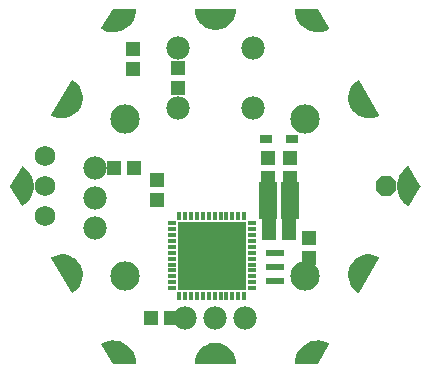
<source format=gbr>
G04 EAGLE Gerber RS-274X export*
G75*
%MOMM*%
%FSLAX34Y34*%
%LPD*%
%INSoldermask Bottom*%
%IPPOS*%
%AMOC8*
5,1,8,0,0,1.08239X$1,22.5*%
G01*
%ADD10R,1.303200X1.203200*%
%ADD11R,1.203200X1.303200*%
%ADD12R,1.503200X1.703200*%
%ADD13R,1.003200X0.703200*%
%ADD14C,1.727200*%
%ADD15C,1.203200*%
%ADD16P,1.869504X8X22.500000*%
%ADD17R,0.753200X0.457200*%
%ADD18R,0.457200X0.753200*%
%ADD19R,5.803200X5.803200*%
%ADD20C,1.981200*%
%ADD21C,2.489200*%
%ADD22R,1.603197X0.603200*%

G36*
X17029Y-1268D02*
X17029Y-1268D01*
X17058Y-1271D01*
X17125Y-1249D01*
X17195Y-1235D01*
X17219Y-1218D01*
X17247Y-1209D01*
X17300Y-1162D01*
X17359Y-1122D01*
X17375Y-1098D01*
X17397Y-1078D01*
X17428Y-1014D01*
X17466Y-955D01*
X17471Y-926D01*
X17483Y-900D01*
X17492Y-800D01*
X17499Y-758D01*
X17496Y-748D01*
X17498Y-734D01*
X17266Y2064D01*
X17256Y2098D01*
X17252Y2146D01*
X16563Y4867D01*
X16548Y4899D01*
X16536Y4945D01*
X15408Y7517D01*
X15388Y7545D01*
X15369Y7589D01*
X13833Y9940D01*
X13809Y9964D01*
X13783Y10005D01*
X11881Y12070D01*
X11853Y12091D01*
X11820Y12126D01*
X9605Y13851D01*
X9574Y13866D01*
X9536Y13896D01*
X7066Y15232D01*
X7033Y15242D01*
X6991Y15265D01*
X5805Y15673D01*
X4351Y16172D01*
X4350Y16172D01*
X4335Y16177D01*
X4301Y16182D01*
X4255Y16197D01*
X1486Y16659D01*
X1451Y16658D01*
X1404Y16666D01*
X-1404Y16666D01*
X-1438Y16659D01*
X-1486Y16659D01*
X-4255Y16197D01*
X-4288Y16185D01*
X-4335Y16177D01*
X-6991Y15265D01*
X-7021Y15248D01*
X-7066Y15232D01*
X-9536Y13896D01*
X-9562Y13874D01*
X-9605Y13851D01*
X-11820Y12126D01*
X-11843Y12100D01*
X-11881Y12070D01*
X-13783Y10005D01*
X-13801Y9975D01*
X-13833Y9940D01*
X-15369Y7589D01*
X-15382Y7557D01*
X-15408Y7517D01*
X-16536Y4945D01*
X-16543Y4912D01*
X-16546Y4905D01*
X-16552Y4896D01*
X-16553Y4890D01*
X-16563Y4867D01*
X-17252Y2146D01*
X-17254Y2111D01*
X-17266Y2064D01*
X-17498Y-734D01*
X-17494Y-763D01*
X-17499Y-792D01*
X-17483Y-861D01*
X-17474Y-931D01*
X-17460Y-957D01*
X-17453Y-985D01*
X-17411Y-1042D01*
X-17376Y-1104D01*
X-17352Y-1122D01*
X-17335Y-1145D01*
X-17274Y-1181D01*
X-17217Y-1224D01*
X-17189Y-1232D01*
X-17164Y-1247D01*
X-17066Y-1263D01*
X-17025Y-1274D01*
X-17014Y-1272D01*
X-17000Y-1274D01*
X17000Y-1274D01*
X17029Y-1268D01*
G37*
G36*
X1438Y281791D02*
X1438Y281791D01*
X1486Y281791D01*
X4255Y282253D01*
X4288Y282265D01*
X4335Y282273D01*
X6991Y283185D01*
X7021Y283202D01*
X7066Y283218D01*
X9536Y284554D01*
X9562Y284576D01*
X9605Y284599D01*
X11820Y286324D01*
X11843Y286350D01*
X11881Y286380D01*
X13783Y288445D01*
X13801Y288475D01*
X13833Y288510D01*
X15369Y290861D01*
X15382Y290893D01*
X15408Y290933D01*
X16536Y293505D01*
X16543Y293538D01*
X16563Y293583D01*
X17252Y296304D01*
X17254Y296339D01*
X17266Y296386D01*
X17498Y299184D01*
X17494Y299213D01*
X17499Y299242D01*
X17483Y299311D01*
X17474Y299381D01*
X17460Y299407D01*
X17453Y299435D01*
X17411Y299492D01*
X17376Y299554D01*
X17352Y299572D01*
X17335Y299595D01*
X17274Y299631D01*
X17217Y299674D01*
X17189Y299682D01*
X17164Y299697D01*
X17066Y299713D01*
X17025Y299724D01*
X17014Y299722D01*
X17000Y299724D01*
X-17000Y299724D01*
X-17029Y299718D01*
X-17058Y299721D01*
X-17125Y299699D01*
X-17195Y299685D01*
X-17219Y299668D01*
X-17247Y299659D01*
X-17300Y299612D01*
X-17359Y299572D01*
X-17375Y299548D01*
X-17397Y299528D01*
X-17428Y299464D01*
X-17466Y299405D01*
X-17471Y299376D01*
X-17483Y299350D01*
X-17492Y299250D01*
X-17499Y299208D01*
X-17496Y299198D01*
X-17498Y299184D01*
X-17266Y296386D01*
X-17256Y296352D01*
X-17252Y296304D01*
X-16563Y293583D01*
X-16548Y293551D01*
X-16536Y293505D01*
X-15408Y290933D01*
X-15388Y290905D01*
X-15369Y290861D01*
X-13833Y288510D01*
X-13809Y288486D01*
X-13783Y288445D01*
X-11881Y286380D01*
X-11853Y286359D01*
X-11820Y286324D01*
X-9605Y284599D01*
X-9574Y284584D01*
X-9536Y284554D01*
X-7066Y283218D01*
X-7033Y283208D01*
X-6991Y283185D01*
X-4335Y282273D01*
X-4301Y282269D01*
X-4255Y282253D01*
X-1486Y281791D01*
X-1451Y281792D01*
X-1404Y281784D01*
X1404Y281784D01*
X1438Y281791D01*
G37*
G36*
X-121393Y59035D02*
X-121393Y59035D01*
X-121322Y59032D01*
X-121295Y59042D01*
X-121266Y59044D01*
X-121176Y59086D01*
X-121136Y59101D01*
X-121128Y59109D01*
X-121115Y59115D01*
X-118812Y60714D01*
X-118788Y60740D01*
X-118748Y60767D01*
X-116739Y62724D01*
X-116720Y62753D01*
X-116685Y62786D01*
X-115026Y65047D01*
X-115011Y65078D01*
X-114982Y65117D01*
X-113718Y67620D01*
X-113709Y67654D01*
X-113687Y67697D01*
X-112851Y70374D01*
X-112848Y70408D01*
X-112833Y70454D01*
X-112450Y73233D01*
X-112452Y73267D01*
X-112446Y73315D01*
X-112525Y76118D01*
X-112533Y76152D01*
X-112534Y76200D01*
X-113073Y78952D01*
X-113087Y78984D01*
X-113096Y79032D01*
X-114081Y81657D01*
X-114096Y81682D01*
X-114101Y81702D01*
X-114109Y81713D01*
X-114116Y81732D01*
X-115520Y84160D01*
X-115543Y84186D01*
X-115567Y84228D01*
X-117351Y86391D01*
X-117378Y86413D01*
X-117409Y86450D01*
X-119525Y88291D01*
X-119555Y88308D01*
X-119591Y88340D01*
X-121982Y89807D01*
X-122014Y89818D01*
X-122055Y89844D01*
X-124654Y90897D01*
X-124688Y90904D01*
X-124733Y90922D01*
X-127470Y91533D01*
X-127505Y91534D01*
X-127552Y91545D01*
X-130352Y91697D01*
X-130386Y91692D01*
X-130434Y91695D01*
X-133222Y91385D01*
X-133255Y91374D01*
X-133303Y91369D01*
X-136001Y90604D01*
X-136031Y90588D01*
X-136078Y90575D01*
X-138613Y89376D01*
X-138637Y89359D01*
X-138664Y89349D01*
X-138716Y89300D01*
X-138773Y89257D01*
X-138787Y89232D01*
X-138809Y89212D01*
X-138837Y89147D01*
X-138873Y89086D01*
X-138876Y89057D01*
X-138888Y89030D01*
X-138889Y88959D01*
X-138898Y88888D01*
X-138890Y88860D01*
X-138890Y88831D01*
X-138856Y88738D01*
X-138844Y88697D01*
X-138837Y88688D01*
X-138832Y88675D01*
X-121832Y59275D01*
X-121813Y59253D01*
X-121800Y59227D01*
X-121747Y59179D01*
X-121700Y59126D01*
X-121674Y59114D01*
X-121652Y59094D01*
X-121585Y59071D01*
X-121521Y59041D01*
X-121492Y59039D01*
X-121464Y59030D01*
X-121393Y59035D01*
G37*
G36*
X130386Y206758D02*
X130386Y206758D01*
X130434Y206755D01*
X133222Y207065D01*
X133255Y207076D01*
X133303Y207081D01*
X136001Y207846D01*
X136031Y207862D01*
X136078Y207875D01*
X138613Y209074D01*
X138637Y209091D01*
X138664Y209101D01*
X138716Y209150D01*
X138773Y209193D01*
X138787Y209218D01*
X138809Y209238D01*
X138837Y209303D01*
X138873Y209365D01*
X138876Y209393D01*
X138888Y209420D01*
X138889Y209491D01*
X138898Y209562D01*
X138890Y209590D01*
X138890Y209619D01*
X138856Y209712D01*
X138844Y209753D01*
X138837Y209762D01*
X138832Y209775D01*
X121832Y239175D01*
X121813Y239197D01*
X121800Y239223D01*
X121747Y239271D01*
X121700Y239324D01*
X121674Y239336D01*
X121652Y239356D01*
X121585Y239379D01*
X121521Y239409D01*
X121492Y239411D01*
X121464Y239420D01*
X121393Y239415D01*
X121322Y239418D01*
X121295Y239408D01*
X121266Y239406D01*
X121176Y239364D01*
X121136Y239349D01*
X121128Y239341D01*
X121115Y239335D01*
X118812Y237736D01*
X118788Y237711D01*
X118748Y237683D01*
X116739Y235726D01*
X116720Y235697D01*
X116685Y235664D01*
X115026Y233403D01*
X115011Y233372D01*
X114982Y233333D01*
X113718Y230830D01*
X113709Y230796D01*
X113687Y230753D01*
X112851Y228076D01*
X112848Y228042D01*
X112833Y227996D01*
X112450Y225217D01*
X112452Y225183D01*
X112446Y225135D01*
X112525Y222332D01*
X112533Y222298D01*
X112534Y222250D01*
X113073Y219498D01*
X113087Y219466D01*
X113096Y219418D01*
X114081Y216793D01*
X114099Y216763D01*
X114116Y216718D01*
X115520Y214290D01*
X115543Y214264D01*
X115567Y214223D01*
X117351Y212059D01*
X117378Y212037D01*
X117409Y212000D01*
X119525Y210159D01*
X119555Y210142D01*
X119591Y210111D01*
X121982Y208643D01*
X122014Y208632D01*
X122055Y208606D01*
X124654Y207553D01*
X124688Y207546D01*
X124733Y207528D01*
X127470Y206917D01*
X127505Y206916D01*
X127552Y206905D01*
X130352Y206753D01*
X130386Y206758D01*
G37*
G36*
X121426Y59036D02*
X121426Y59036D01*
X121497Y59035D01*
X121524Y59046D01*
X121553Y59050D01*
X121615Y59084D01*
X121680Y59112D01*
X121701Y59133D01*
X121726Y59147D01*
X121789Y59223D01*
X121819Y59254D01*
X121823Y59264D01*
X121832Y59275D01*
X138832Y88675D01*
X138841Y88703D01*
X138858Y88727D01*
X138873Y88796D01*
X138895Y88864D01*
X138893Y88893D01*
X138899Y88921D01*
X138886Y88991D01*
X138880Y89062D01*
X138867Y89088D01*
X138861Y89116D01*
X138821Y89175D01*
X138789Y89238D01*
X138766Y89257D01*
X138750Y89281D01*
X138668Y89338D01*
X138635Y89365D01*
X138625Y89368D01*
X138613Y89376D01*
X136078Y90575D01*
X136044Y90583D01*
X136001Y90604D01*
X133303Y91369D01*
X133268Y91371D01*
X133222Y91385D01*
X130434Y91695D01*
X130400Y91692D01*
X130352Y91697D01*
X127552Y91545D01*
X127518Y91536D01*
X127470Y91533D01*
X124733Y90922D01*
X124701Y90908D01*
X124654Y90897D01*
X122055Y89844D01*
X122026Y89825D01*
X121982Y89807D01*
X119591Y88340D01*
X119566Y88316D01*
X119525Y88291D01*
X117409Y86450D01*
X117388Y86423D01*
X117351Y86391D01*
X115567Y84228D01*
X115551Y84197D01*
X115520Y84160D01*
X114116Y81732D01*
X114105Y81699D01*
X114098Y81686D01*
X114088Y81672D01*
X114088Y81669D01*
X114081Y81657D01*
X113096Y79032D01*
X113090Y78997D01*
X113073Y78952D01*
X112534Y76200D01*
X112534Y76166D01*
X112525Y76118D01*
X112446Y73315D01*
X112452Y73281D01*
X112450Y73233D01*
X112833Y70454D01*
X112845Y70422D01*
X112851Y70374D01*
X113687Y67697D01*
X113704Y67666D01*
X113718Y67620D01*
X114982Y65117D01*
X115004Y65090D01*
X115026Y65047D01*
X116685Y62786D01*
X116711Y62763D01*
X116739Y62724D01*
X118748Y60767D01*
X118777Y60748D01*
X118812Y60714D01*
X121115Y59115D01*
X121142Y59103D01*
X121165Y59085D01*
X121233Y59064D01*
X121298Y59036D01*
X121327Y59036D01*
X121355Y59028D01*
X121426Y59036D01*
G37*
G36*
X-127552Y206905D02*
X-127552Y206905D01*
X-127518Y206914D01*
X-127470Y206917D01*
X-124733Y207528D01*
X-124701Y207542D01*
X-124654Y207553D01*
X-122055Y208606D01*
X-122026Y208625D01*
X-121982Y208643D01*
X-119591Y210111D01*
X-119566Y210134D01*
X-119525Y210159D01*
X-117409Y212000D01*
X-117388Y212027D01*
X-117351Y212059D01*
X-115567Y214223D01*
X-115551Y214253D01*
X-115520Y214290D01*
X-114116Y216718D01*
X-114105Y216751D01*
X-114081Y216793D01*
X-113096Y219418D01*
X-113090Y219453D01*
X-113073Y219498D01*
X-112534Y222250D01*
X-112534Y222285D01*
X-112525Y222332D01*
X-112446Y225135D01*
X-112452Y225169D01*
X-112450Y225217D01*
X-112833Y227996D01*
X-112845Y228028D01*
X-112851Y228076D01*
X-113687Y230753D01*
X-113704Y230784D01*
X-113718Y230830D01*
X-114982Y233333D01*
X-115004Y233360D01*
X-115026Y233403D01*
X-116685Y235664D01*
X-116711Y235687D01*
X-116739Y235726D01*
X-118748Y237683D01*
X-118777Y237702D01*
X-118812Y237736D01*
X-121115Y239335D01*
X-121142Y239347D01*
X-121165Y239365D01*
X-121233Y239386D01*
X-121298Y239414D01*
X-121327Y239414D01*
X-121355Y239422D01*
X-121426Y239414D01*
X-121497Y239415D01*
X-121524Y239404D01*
X-121553Y239400D01*
X-121615Y239366D01*
X-121680Y239338D01*
X-121701Y239317D01*
X-121726Y239303D01*
X-121789Y239227D01*
X-121819Y239196D01*
X-121823Y239186D01*
X-121832Y239175D01*
X-138832Y209775D01*
X-138841Y209747D01*
X-138858Y209723D01*
X-138873Y209654D01*
X-138895Y209586D01*
X-138893Y209557D01*
X-138899Y209529D01*
X-138886Y209459D01*
X-138880Y209388D01*
X-138867Y209362D01*
X-138861Y209334D01*
X-138821Y209275D01*
X-138789Y209212D01*
X-138766Y209193D01*
X-138750Y209169D01*
X-138668Y209112D01*
X-138635Y209085D01*
X-138625Y209082D01*
X-138613Y209074D01*
X-136078Y207875D01*
X-136044Y207867D01*
X-136001Y207846D01*
X-133303Y207081D01*
X-133268Y207079D01*
X-133222Y207065D01*
X-130434Y206755D01*
X-130400Y206758D01*
X-130352Y206753D01*
X-127552Y206905D01*
G37*
G36*
X163727Y132236D02*
X163727Y132236D01*
X163798Y132236D01*
X163825Y132247D01*
X163854Y132250D01*
X163916Y132285D01*
X163981Y132313D01*
X164002Y132333D01*
X164027Y132348D01*
X164090Y132425D01*
X164120Y132455D01*
X164124Y132465D01*
X164133Y132476D01*
X173633Y148976D01*
X173643Y149008D01*
X173652Y149021D01*
X173656Y149045D01*
X173657Y149049D01*
X173688Y149119D01*
X173688Y149143D01*
X173696Y149165D01*
X173690Y149241D01*
X173691Y149318D01*
X173681Y149342D01*
X173680Y149363D01*
X173659Y149402D01*
X173633Y149474D01*
X164133Y165974D01*
X164114Y165996D01*
X164101Y166022D01*
X164048Y166070D01*
X164001Y166123D01*
X163975Y166136D01*
X163954Y166155D01*
X163886Y166178D01*
X163822Y166209D01*
X163793Y166211D01*
X163766Y166220D01*
X163694Y166215D01*
X163623Y166218D01*
X163596Y166208D01*
X163567Y166206D01*
X163477Y166164D01*
X163437Y166149D01*
X163429Y166142D01*
X163416Y166136D01*
X160893Y164394D01*
X160869Y164370D01*
X160831Y164343D01*
X158619Y162219D01*
X158600Y162191D01*
X158566Y162159D01*
X156724Y159708D01*
X156710Y159677D01*
X156681Y159640D01*
X155256Y156925D01*
X155247Y156894D01*
X155231Y156869D01*
X155230Y156861D01*
X155225Y156851D01*
X154254Y153943D01*
X154250Y153909D01*
X154235Y153865D01*
X153743Y150838D01*
X153744Y150804D01*
X153736Y150758D01*
X153736Y147692D01*
X153737Y147688D01*
X153737Y147686D01*
X153743Y147659D01*
X153743Y147612D01*
X154235Y144585D01*
X154247Y144554D01*
X154254Y144507D01*
X155225Y141599D01*
X155242Y141570D01*
X155256Y141525D01*
X156681Y138810D01*
X156703Y138784D01*
X156724Y138742D01*
X158566Y136291D01*
X158591Y136268D01*
X158619Y136231D01*
X160831Y134107D01*
X160859Y134089D01*
X160893Y134056D01*
X163416Y132314D01*
X163443Y132303D01*
X163465Y132284D01*
X163534Y132264D01*
X163599Y132236D01*
X163628Y132236D01*
X163656Y132228D01*
X163727Y132236D01*
G37*
G36*
X-163694Y132235D02*
X-163694Y132235D01*
X-163623Y132232D01*
X-163596Y132242D01*
X-163567Y132244D01*
X-163477Y132286D01*
X-163437Y132301D01*
X-163429Y132308D01*
X-163416Y132314D01*
X-160893Y134056D01*
X-160869Y134080D01*
X-160831Y134107D01*
X-158619Y136231D01*
X-158600Y136259D01*
X-158566Y136291D01*
X-156724Y138742D01*
X-156710Y138773D01*
X-156681Y138810D01*
X-155256Y141525D01*
X-155247Y141558D01*
X-155225Y141599D01*
X-154254Y144507D01*
X-154250Y144541D01*
X-154235Y144585D01*
X-153743Y147612D01*
X-153744Y147646D01*
X-153736Y147692D01*
X-153736Y150758D01*
X-153743Y150791D01*
X-153743Y150838D01*
X-154235Y153865D01*
X-154247Y153896D01*
X-154254Y153943D01*
X-155225Y156851D01*
X-155238Y156874D01*
X-155244Y156899D01*
X-155251Y156908D01*
X-155256Y156925D01*
X-156681Y159640D01*
X-156703Y159666D01*
X-156724Y159708D01*
X-158566Y162159D01*
X-158591Y162182D01*
X-158619Y162219D01*
X-160831Y164343D01*
X-160859Y164361D01*
X-160893Y164394D01*
X-163416Y166136D01*
X-163443Y166147D01*
X-163465Y166166D01*
X-163534Y166186D01*
X-163599Y166214D01*
X-163628Y166214D01*
X-163656Y166222D01*
X-163727Y166214D01*
X-163798Y166215D01*
X-163825Y166203D01*
X-163854Y166200D01*
X-163916Y166165D01*
X-163981Y166137D01*
X-164002Y166117D01*
X-164027Y166102D01*
X-164090Y166025D01*
X-164120Y165995D01*
X-164124Y165985D01*
X-164133Y165974D01*
X-173633Y149474D01*
X-173657Y149401D01*
X-173688Y149331D01*
X-173688Y149307D01*
X-173696Y149285D01*
X-173690Y149209D01*
X-173691Y149132D01*
X-173681Y149108D01*
X-173680Y149087D01*
X-173659Y149048D01*
X-173640Y148996D01*
X-173639Y148990D01*
X-173637Y148988D01*
X-173633Y148976D01*
X-164133Y132476D01*
X-164114Y132454D01*
X-164101Y132428D01*
X-164048Y132380D01*
X-164001Y132327D01*
X-163975Y132314D01*
X-163954Y132295D01*
X-163886Y132272D01*
X-163822Y132241D01*
X-163793Y132240D01*
X-163766Y132230D01*
X-163694Y132235D01*
G37*
G36*
X86676Y-1259D02*
X86676Y-1259D01*
X86754Y-1250D01*
X86773Y-1239D01*
X86795Y-1235D01*
X86859Y-1191D01*
X86927Y-1152D01*
X86943Y-1133D01*
X86959Y-1122D01*
X86983Y-1084D01*
X87033Y-1024D01*
X96533Y15476D01*
X96542Y15503D01*
X96558Y15527D01*
X96573Y15597D01*
X96596Y15665D01*
X96593Y15693D01*
X96599Y15721D01*
X96586Y15792D01*
X96580Y15863D01*
X96567Y15888D01*
X96561Y15916D01*
X96521Y15976D01*
X96488Y16039D01*
X96466Y16057D01*
X96450Y16081D01*
X96367Y16139D01*
X96335Y16166D01*
X96324Y16169D01*
X96314Y16176D01*
X93548Y17485D01*
X93515Y17493D01*
X93472Y17513D01*
X90532Y18361D01*
X90498Y18364D01*
X90454Y18377D01*
X87416Y18742D01*
X87382Y18739D01*
X87335Y18745D01*
X84278Y18618D01*
X84245Y18610D01*
X84198Y18609D01*
X81201Y17993D01*
X81170Y17980D01*
X81124Y17971D01*
X78264Y16882D01*
X78236Y16864D01*
X78192Y16848D01*
X75544Y15314D01*
X75518Y15292D01*
X75478Y15269D01*
X73110Y13331D01*
X73088Y13304D01*
X73052Y13275D01*
X71025Y10982D01*
X71009Y10953D01*
X70977Y10918D01*
X69345Y8330D01*
X69333Y8298D01*
X69308Y8259D01*
X68112Y5442D01*
X68105Y5409D01*
X68102Y5402D01*
X68098Y5396D01*
X68097Y5390D01*
X68086Y5366D01*
X67358Y2394D01*
X67356Y2360D01*
X67345Y2315D01*
X67102Y-735D01*
X67106Y-764D01*
X67101Y-792D01*
X67118Y-861D01*
X67126Y-933D01*
X67141Y-957D01*
X67147Y-985D01*
X67190Y-1043D01*
X67226Y-1105D01*
X67248Y-1122D01*
X67265Y-1145D01*
X67327Y-1182D01*
X67384Y-1225D01*
X67412Y-1232D01*
X67436Y-1247D01*
X67536Y-1263D01*
X67577Y-1274D01*
X67587Y-1272D01*
X67600Y-1274D01*
X86600Y-1274D01*
X86676Y-1259D01*
G37*
G36*
X-67572Y-1269D02*
X-67572Y-1269D01*
X-67544Y-1271D01*
X-67476Y-1249D01*
X-67405Y-1235D01*
X-67382Y-1219D01*
X-67355Y-1210D01*
X-67300Y-1163D01*
X-67241Y-1122D01*
X-67226Y-1098D01*
X-67205Y-1080D01*
X-67173Y-1015D01*
X-67134Y-955D01*
X-67129Y-927D01*
X-67117Y-901D01*
X-67108Y-799D01*
X-67101Y-758D01*
X-67103Y-748D01*
X-67102Y-735D01*
X-67345Y2315D01*
X-67354Y2347D01*
X-67358Y2394D01*
X-68086Y5366D01*
X-68101Y5397D01*
X-68112Y5442D01*
X-69308Y8259D01*
X-69327Y8287D01*
X-69345Y8330D01*
X-70977Y10918D01*
X-71001Y10942D01*
X-71025Y10982D01*
X-73052Y13275D01*
X-73079Y13295D01*
X-73110Y13331D01*
X-75478Y15269D01*
X-75508Y15285D01*
X-75544Y15314D01*
X-78192Y16848D01*
X-78224Y16858D01*
X-78264Y16882D01*
X-81124Y17971D01*
X-81157Y17976D01*
X-81201Y17993D01*
X-84198Y18609D01*
X-84232Y18609D01*
X-84278Y18618D01*
X-87335Y18745D01*
X-87369Y18740D01*
X-87416Y18742D01*
X-90454Y18377D01*
X-90486Y18366D01*
X-90532Y18361D01*
X-93472Y17513D01*
X-93502Y17497D01*
X-93548Y17485D01*
X-96314Y16176D01*
X-96336Y16159D01*
X-96363Y16149D01*
X-96415Y16100D01*
X-96473Y16057D01*
X-96487Y16032D01*
X-96508Y16013D01*
X-96537Y15947D01*
X-96573Y15885D01*
X-96576Y15857D01*
X-96588Y15831D01*
X-96589Y15759D01*
X-96598Y15688D01*
X-96590Y15661D01*
X-96591Y15632D01*
X-96555Y15537D01*
X-96544Y15497D01*
X-96537Y15488D01*
X-96533Y15476D01*
X-87033Y-1024D01*
X-86981Y-1082D01*
X-86935Y-1145D01*
X-86916Y-1156D01*
X-86901Y-1173D01*
X-86831Y-1207D01*
X-86764Y-1247D01*
X-86740Y-1251D01*
X-86722Y-1259D01*
X-86677Y-1261D01*
X-86600Y-1274D01*
X-67600Y-1274D01*
X-67572Y-1269D01*
G37*
G36*
X87369Y279710D02*
X87369Y279710D01*
X87416Y279708D01*
X90454Y280073D01*
X90486Y280084D01*
X90532Y280089D01*
X93472Y280937D01*
X93502Y280953D01*
X93548Y280965D01*
X96314Y282274D01*
X96336Y282291D01*
X96363Y282301D01*
X96415Y282350D01*
X96473Y282393D01*
X96487Y282418D01*
X96508Y282437D01*
X96537Y282503D01*
X96573Y282565D01*
X96576Y282593D01*
X96588Y282619D01*
X96589Y282691D01*
X96598Y282762D01*
X96590Y282789D01*
X96591Y282818D01*
X96555Y282913D01*
X96544Y282953D01*
X96537Y282962D01*
X96533Y282974D01*
X87033Y299474D01*
X86981Y299533D01*
X86935Y299595D01*
X86916Y299606D01*
X86901Y299623D01*
X86831Y299657D01*
X86764Y299697D01*
X86740Y299701D01*
X86722Y299709D01*
X86677Y299711D01*
X86600Y299724D01*
X67600Y299724D01*
X67572Y299719D01*
X67544Y299721D01*
X67476Y299699D01*
X67405Y299685D01*
X67382Y299669D01*
X67355Y299660D01*
X67300Y299613D01*
X67241Y299572D01*
X67226Y299548D01*
X67205Y299530D01*
X67173Y299465D01*
X67134Y299405D01*
X67129Y299377D01*
X67117Y299351D01*
X67108Y299250D01*
X67101Y299208D01*
X67103Y299198D01*
X67102Y299185D01*
X67345Y296135D01*
X67354Y296103D01*
X67358Y296056D01*
X68086Y293084D01*
X68101Y293053D01*
X68112Y293008D01*
X69308Y290191D01*
X69327Y290163D01*
X69345Y290120D01*
X70977Y287532D01*
X71001Y287508D01*
X71025Y287468D01*
X73052Y285175D01*
X73079Y285155D01*
X73110Y285119D01*
X75478Y283181D01*
X75508Y283165D01*
X75544Y283136D01*
X78192Y281603D01*
X78224Y281592D01*
X78264Y281568D01*
X81124Y280480D01*
X81157Y280474D01*
X81201Y280457D01*
X84198Y279841D01*
X84232Y279841D01*
X84278Y279832D01*
X87335Y279705D01*
X87369Y279710D01*
G37*
G36*
X-84278Y279832D02*
X-84278Y279832D01*
X-84245Y279840D01*
X-84198Y279841D01*
X-81201Y280457D01*
X-81170Y280470D01*
X-81124Y280480D01*
X-78264Y281568D01*
X-78236Y281586D01*
X-78192Y281603D01*
X-75544Y283136D01*
X-75518Y283158D01*
X-75478Y283181D01*
X-73110Y285119D01*
X-73088Y285146D01*
X-73052Y285175D01*
X-71025Y287468D01*
X-71009Y287497D01*
X-70977Y287532D01*
X-69345Y290120D01*
X-69333Y290152D01*
X-69308Y290191D01*
X-68112Y293008D01*
X-68105Y293041D01*
X-68086Y293084D01*
X-67358Y296056D01*
X-67356Y296090D01*
X-67345Y296135D01*
X-67102Y299185D01*
X-67106Y299214D01*
X-67101Y299242D01*
X-67118Y299311D01*
X-67126Y299383D01*
X-67141Y299407D01*
X-67147Y299435D01*
X-67190Y299493D01*
X-67226Y299555D01*
X-67248Y299572D01*
X-67265Y299595D01*
X-67327Y299632D01*
X-67384Y299675D01*
X-67412Y299682D01*
X-67436Y299697D01*
X-67536Y299713D01*
X-67577Y299724D01*
X-67587Y299722D01*
X-67600Y299724D01*
X-86600Y299724D01*
X-86676Y299709D01*
X-86754Y299700D01*
X-86773Y299689D01*
X-86795Y299685D01*
X-86859Y299641D01*
X-86927Y299602D01*
X-86943Y299583D01*
X-86959Y299572D01*
X-86983Y299534D01*
X-87033Y299474D01*
X-96533Y282974D01*
X-96542Y282947D01*
X-96558Y282923D01*
X-96573Y282853D01*
X-96596Y282785D01*
X-96593Y282757D01*
X-96599Y282729D01*
X-96586Y282659D01*
X-96580Y282587D01*
X-96567Y282562D01*
X-96561Y282534D01*
X-96521Y282474D01*
X-96488Y282411D01*
X-96466Y282393D01*
X-96450Y282369D01*
X-96367Y282311D01*
X-96335Y282284D01*
X-96324Y282281D01*
X-96314Y282274D01*
X-93548Y280965D01*
X-93515Y280957D01*
X-93472Y280937D01*
X-90532Y280089D01*
X-90498Y280086D01*
X-90454Y280073D01*
X-87416Y279708D01*
X-87382Y279711D01*
X-87335Y279705D01*
X-84278Y279832D01*
G37*
D10*
X45475Y119063D03*
X62475Y119063D03*
D11*
X-31750Y249800D03*
X-31750Y232800D03*
D12*
X44475Y130175D03*
X63475Y130175D03*
X44475Y144463D03*
X63475Y144463D03*
D10*
X45475Y109538D03*
X62475Y109538D03*
X-37538Y38100D03*
X-54538Y38100D03*
D11*
X79375Y105338D03*
X79375Y88338D03*
D10*
X-86288Y165100D03*
X-69288Y165100D03*
D13*
X64975Y188913D03*
X42975Y188913D03*
D10*
X44450Y156600D03*
X44450Y173600D03*
D14*
X-144463Y174625D03*
X-144463Y149225D03*
X-144463Y123825D03*
D15*
X82600Y292325D03*
X165200Y149225D03*
X82600Y6125D03*
X-82600Y6125D03*
X-165200Y149225D03*
X-82600Y292325D03*
X123900Y220725D03*
X123900Y77725D03*
X0Y6125D03*
X-123900Y77725D03*
X-123900Y220725D03*
X0Y292325D03*
D16*
X144463Y149225D03*
D10*
X-69850Y248675D03*
X-69850Y265675D03*
X63500Y173600D03*
X63500Y156600D03*
X-49213Y154550D03*
X-49213Y137550D03*
D17*
X30625Y117995D03*
X30625Y112994D03*
X30625Y107992D03*
X30625Y102991D03*
X30625Y97990D03*
X30625Y92989D03*
X30625Y87987D03*
X30625Y82986D03*
X30625Y77985D03*
X30625Y72984D03*
X30625Y67982D03*
X30625Y62981D03*
D18*
X24332Y56688D03*
X19331Y56688D03*
X14329Y56688D03*
X9328Y56688D03*
X4327Y56688D03*
X-674Y56688D03*
X-5676Y56688D03*
X-10677Y56688D03*
X-15678Y56688D03*
X-20679Y56688D03*
X-25681Y56688D03*
X-30682Y56688D03*
D17*
X-36975Y62981D03*
X-36975Y67982D03*
X-36975Y72984D03*
X-36975Y77985D03*
X-36975Y82986D03*
X-36975Y87987D03*
X-36975Y92989D03*
X-36975Y97990D03*
X-36975Y102991D03*
X-36975Y107992D03*
X-36975Y112994D03*
X-36975Y117995D03*
D18*
X-30682Y124288D03*
X-25681Y124288D03*
X-20679Y124288D03*
X-15678Y124288D03*
X-10677Y124288D03*
X-5676Y124288D03*
X-674Y124288D03*
X4327Y124288D03*
X9328Y124288D03*
X14329Y124288D03*
X19331Y124288D03*
X24332Y124288D03*
D19*
X-3175Y90488D03*
D20*
X-31750Y266700D03*
X31750Y266700D03*
X-31750Y215900D03*
X31750Y215900D03*
X-25400Y38100D03*
X0Y38100D03*
X25400Y38100D03*
D21*
X-76200Y206375D03*
X-76200Y73025D03*
X76200Y73025D03*
X76200Y206375D03*
D20*
X-101600Y165100D03*
X-101600Y139700D03*
X-101600Y114300D03*
D22*
X50800Y68963D03*
X50800Y80963D03*
X50800Y92962D03*
M02*

</source>
